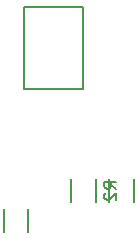
<source format=gbr>
G04 #@! TF.FileFunction,Legend,Bot*
%FSLAX46Y46*%
G04 Gerber Fmt 4.6, Leading zero omitted, Abs format (unit mm)*
G04 Created by KiCad (PCBNEW (2015-03-23 BZR 5533)-product) date Mon 17 Aug 2015 16:01:52 SAST*
%MOMM*%
G01*
G04 APERTURE LIST*
%ADD10C,0.100000*%
%ADD11C,0.150000*%
G04 APERTURE END LIST*
D10*
D11*
X82795000Y-112125000D02*
X82795000Y-110125000D01*
X84845000Y-110125000D02*
X84845000Y-112125000D01*
X91635000Y-107585000D02*
X91635000Y-109585000D01*
X93785000Y-109585000D02*
X93785000Y-107585000D01*
X88460000Y-107585000D02*
X88460000Y-109585000D01*
X90610000Y-109585000D02*
X90610000Y-107585000D01*
X89495000Y-100020000D02*
X89495000Y-93020000D01*
X89495000Y-93020000D02*
X84495000Y-93020000D01*
X84495000Y-93020000D02*
X84495000Y-100020000D01*
X84495000Y-100020000D02*
X89495000Y-100020000D01*
X92287381Y-108418334D02*
X91811190Y-108085000D01*
X92287381Y-107846905D02*
X91287381Y-107846905D01*
X91287381Y-108227858D01*
X91335000Y-108323096D01*
X91382619Y-108370715D01*
X91477857Y-108418334D01*
X91620714Y-108418334D01*
X91715952Y-108370715D01*
X91763571Y-108323096D01*
X91811190Y-108227858D01*
X91811190Y-107846905D01*
X91382619Y-108799286D02*
X91335000Y-108846905D01*
X91287381Y-108942143D01*
X91287381Y-109180239D01*
X91335000Y-109275477D01*
X91382619Y-109323096D01*
X91477857Y-109370715D01*
X91573095Y-109370715D01*
X91715952Y-109323096D01*
X92287381Y-108751667D01*
X92287381Y-109370715D01*
M02*

</source>
